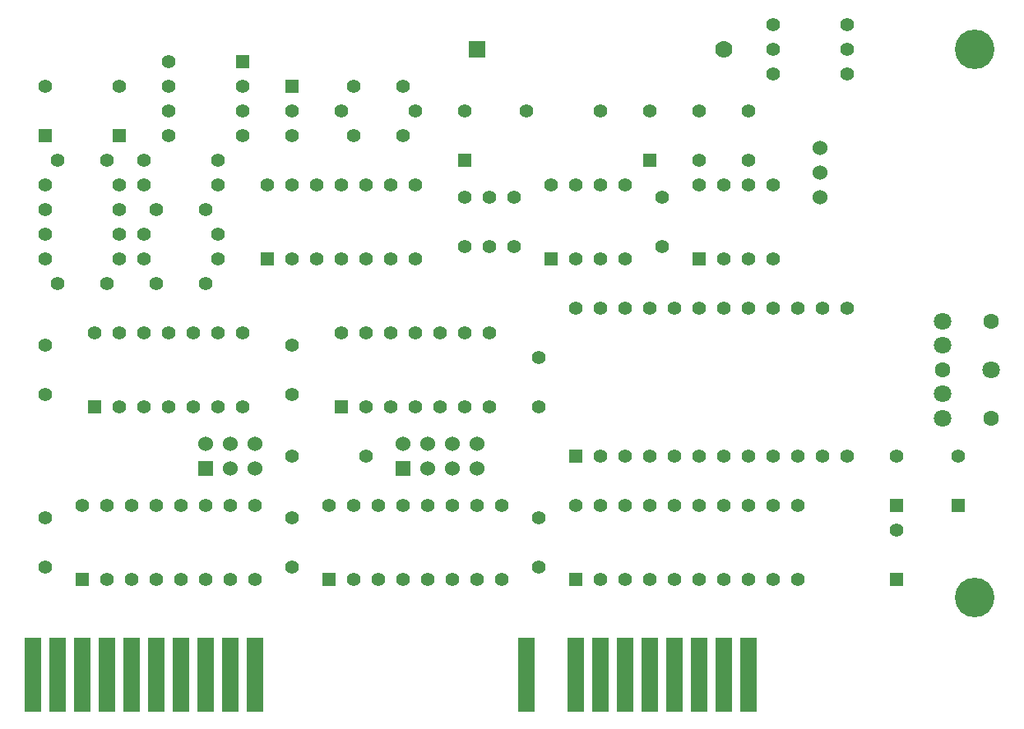
<source format=gts>
G04 #@! TF.GenerationSoftware,KiCad,Pcbnew,(5.1.8)-1*
G04 #@! TF.CreationDate,2021-01-14T09:05:43-08:00*
G04 #@! TF.ProjectId,isa_opl2,6973615f-6f70-46c3-922e-6b696361645f,rev?*
G04 #@! TF.SameCoordinates,Original*
G04 #@! TF.FileFunction,Soldermask,Top*
G04 #@! TF.FilePolarity,Negative*
%FSLAX46Y46*%
G04 Gerber Fmt 4.6, Leading zero omitted, Abs format (unit mm)*
G04 Created by KiCad (PCBNEW (5.1.8)-1) date 2021-01-14 09:05:43*
%MOMM*%
%LPD*%
G01*
G04 APERTURE LIST*
%ADD10R,1.778000X7.620000*%
%ADD11C,4.064000*%
%ADD12C,1.800860*%
%ADD13C,1.600200*%
%ADD14C,1.397000*%
%ADD15R,1.397000X1.397000*%
%ADD16C,1.778000*%
%ADD17R,1.778000X1.778000*%
%ADD18R,1.524000X1.524000*%
%ADD19C,1.524000*%
G04 APERTURE END LIST*
D10*
X177800000Y-120332500D03*
X175260000Y-120332500D03*
X172720000Y-120332500D03*
X170180000Y-120332500D03*
X167640000Y-120332500D03*
X165100000Y-120332500D03*
X162560000Y-120332500D03*
X160020000Y-120332500D03*
X154940000Y-120332500D03*
X127000000Y-120332500D03*
X124460000Y-120332500D03*
X121920000Y-120332500D03*
X119380000Y-120332500D03*
X116840000Y-120332500D03*
X114300000Y-120332500D03*
X111760000Y-120332500D03*
X109220000Y-120332500D03*
X106680000Y-120332500D03*
X104140000Y-120332500D03*
D11*
X201041000Y-55880000D03*
X201041000Y-112395000D03*
D12*
X202740260Y-88900000D03*
X197739000Y-83898740D03*
X197739000Y-86400640D03*
X197739000Y-91399360D03*
X197739000Y-93901260D03*
D13*
X197739000Y-88900000D03*
X202740260Y-83898740D03*
X202740260Y-93901260D03*
D14*
X156210000Y-104140000D03*
X156210000Y-109220000D03*
X105410000Y-104140000D03*
X105410000Y-109220000D03*
X105410000Y-86360000D03*
X105410000Y-91440000D03*
X130810000Y-86360000D03*
X130810000Y-91440000D03*
X156210000Y-87630000D03*
X156210000Y-92710000D03*
X153670000Y-76200000D03*
X153670000Y-71120000D03*
X151130000Y-71120000D03*
X151130000Y-76200000D03*
X177800000Y-67310000D03*
X172720000Y-67310000D03*
D15*
X148590000Y-67310000D03*
D14*
X148590000Y-62230000D03*
X177800000Y-62230000D03*
X172720000Y-62230000D03*
X116840000Y-72390000D03*
X121920000Y-72390000D03*
X142240000Y-64770000D03*
X137160000Y-64770000D03*
X142240000Y-59690000D03*
X137160000Y-59690000D03*
D15*
X109220000Y-110490000D03*
D14*
X111760000Y-110490000D03*
X114300000Y-110490000D03*
X116840000Y-110490000D03*
X119380000Y-110490000D03*
X121920000Y-110490000D03*
X124460000Y-110490000D03*
X127000000Y-110490000D03*
X127000000Y-102870000D03*
X124460000Y-102870000D03*
X121920000Y-102870000D03*
X119380000Y-102870000D03*
X116840000Y-102870000D03*
X114300000Y-102870000D03*
X111760000Y-102870000D03*
X109220000Y-102870000D03*
D15*
X134620000Y-110490000D03*
D14*
X137160000Y-110490000D03*
X139700000Y-110490000D03*
X142240000Y-110490000D03*
X144780000Y-110490000D03*
X147320000Y-110490000D03*
X149860000Y-110490000D03*
X152400000Y-110490000D03*
X152400000Y-102870000D03*
X149860000Y-102870000D03*
X147320000Y-102870000D03*
X144780000Y-102870000D03*
X142240000Y-102870000D03*
X139700000Y-102870000D03*
X137160000Y-102870000D03*
X134620000Y-102870000D03*
D15*
X135890000Y-92710000D03*
D14*
X138430000Y-92710000D03*
X140970000Y-92710000D03*
X143510000Y-92710000D03*
X146050000Y-92710000D03*
X148590000Y-92710000D03*
X151130000Y-92710000D03*
X151130000Y-85090000D03*
X148590000Y-85090000D03*
X146050000Y-85090000D03*
X143510000Y-85090000D03*
X140970000Y-85090000D03*
X138430000Y-85090000D03*
X135890000Y-85090000D03*
D15*
X160020000Y-97790000D03*
D14*
X162560000Y-97790000D03*
X165100000Y-97790000D03*
X167640000Y-97790000D03*
X170180000Y-97790000D03*
X172720000Y-97790000D03*
X175260000Y-97790000D03*
X177800000Y-97790000D03*
X180340000Y-97790000D03*
X182880000Y-97790000D03*
X185420000Y-97790000D03*
X187960000Y-97790000D03*
X187960000Y-82550000D03*
X185420000Y-82550000D03*
X182880000Y-82550000D03*
X180340000Y-82550000D03*
X177800000Y-82550000D03*
X175260000Y-82550000D03*
X172720000Y-82550000D03*
X170180000Y-82550000D03*
X167640000Y-82550000D03*
X165100000Y-82550000D03*
X162560000Y-82550000D03*
X160020000Y-82550000D03*
D15*
X157480000Y-77470000D03*
D14*
X160020000Y-77470000D03*
X162560000Y-77470000D03*
X165100000Y-77470000D03*
X165100000Y-69850000D03*
X162560000Y-69850000D03*
X160020000Y-69850000D03*
X157480000Y-69850000D03*
D15*
X128270000Y-77470000D03*
D14*
X130810000Y-77470000D03*
X133350000Y-77470000D03*
X135890000Y-77470000D03*
X138430000Y-77470000D03*
X140970000Y-77470000D03*
X143510000Y-77470000D03*
X143510000Y-69850000D03*
X140970000Y-69850000D03*
X138430000Y-69850000D03*
X135890000Y-69850000D03*
X133350000Y-69850000D03*
X130810000Y-69850000D03*
X128270000Y-69850000D03*
D15*
X172720000Y-77470000D03*
D14*
X175260000Y-77470000D03*
X177800000Y-77470000D03*
X180340000Y-77470000D03*
X180340000Y-69850000D03*
X177800000Y-69850000D03*
X175260000Y-69850000D03*
X172720000Y-69850000D03*
D16*
X175260000Y-55880000D03*
D17*
X149860000Y-55880000D03*
D14*
X118110000Y-57150000D03*
D15*
X125730000Y-57150000D03*
D14*
X115570000Y-77470000D03*
X123190000Y-77470000D03*
X115570000Y-74930000D03*
X123190000Y-74930000D03*
X115570000Y-67310000D03*
X123190000Y-67310000D03*
X118110000Y-62230000D03*
X125730000Y-62230000D03*
X180340000Y-58420000D03*
X187960000Y-58420000D03*
X143510000Y-62230000D03*
X135890000Y-62230000D03*
X130810000Y-97790000D03*
X138430000Y-97790000D03*
X105410000Y-74930000D03*
X113030000Y-74930000D03*
X113030000Y-77470000D03*
X105410000Y-77470000D03*
X105410000Y-72390000D03*
X113030000Y-72390000D03*
X113030000Y-69850000D03*
X105410000Y-69850000D03*
X125730000Y-59690000D03*
X118110000Y-59690000D03*
X125730000Y-64770000D03*
X118110000Y-64770000D03*
X162560000Y-62230000D03*
X154940000Y-62230000D03*
X187960000Y-55880000D03*
X180340000Y-55880000D03*
D18*
X142240000Y-99060000D03*
D19*
X142240000Y-96520000D03*
X144780000Y-99060000D03*
X144780000Y-96520000D03*
X147320000Y-99060000D03*
X147320000Y-96520000D03*
X149860000Y-99060000D03*
X149860000Y-96520000D03*
D18*
X121920000Y-99060000D03*
D19*
X121920000Y-96520000D03*
X124460000Y-99060000D03*
X124460000Y-96520000D03*
X127000000Y-99060000D03*
X127000000Y-96520000D03*
D15*
X130810000Y-59690000D03*
D14*
X130810000Y-62230000D03*
X130810000Y-64770000D03*
X187960000Y-53340000D03*
X180340000Y-53340000D03*
D19*
X185166000Y-71120000D03*
X185166000Y-68580000D03*
X185166000Y-66040000D03*
D14*
X115570000Y-69850000D03*
X123190000Y-69850000D03*
D15*
X160020000Y-110490000D03*
D14*
X162560000Y-110490000D03*
X165100000Y-110490000D03*
X167640000Y-110490000D03*
X170180000Y-110490000D03*
X172720000Y-110490000D03*
X175260000Y-110490000D03*
X177800000Y-110490000D03*
X180340000Y-110490000D03*
X182880000Y-110490000D03*
X182880000Y-102870000D03*
X180340000Y-102870000D03*
X177800000Y-102870000D03*
X175260000Y-102870000D03*
X172720000Y-102870000D03*
X170180000Y-102870000D03*
X167640000Y-102870000D03*
X165100000Y-102870000D03*
X162560000Y-102870000D03*
X160020000Y-102870000D03*
D15*
X110490000Y-92710000D03*
D14*
X113030000Y-92710000D03*
X115570000Y-92710000D03*
X118110000Y-92710000D03*
X120650000Y-92710000D03*
X123190000Y-92710000D03*
X125730000Y-92710000D03*
X125730000Y-85090000D03*
X123190000Y-85090000D03*
X120650000Y-85090000D03*
X118110000Y-85090000D03*
X115570000Y-85090000D03*
X113030000Y-85090000D03*
X110490000Y-85090000D03*
X130810000Y-104140000D03*
X130810000Y-109220000D03*
X148590000Y-71120000D03*
X148590000Y-76200000D03*
X168910000Y-76200000D03*
X168910000Y-71120000D03*
D15*
X193040000Y-110490000D03*
D14*
X193040000Y-105410000D03*
D15*
X193040000Y-102870000D03*
D14*
X193040000Y-97790000D03*
D15*
X199390000Y-102870000D03*
D14*
X199390000Y-97790000D03*
D15*
X105410000Y-64770000D03*
D14*
X105410000Y-59690000D03*
D15*
X167640000Y-67310000D03*
D14*
X167640000Y-62230000D03*
D15*
X113030000Y-64770000D03*
D14*
X113030000Y-59690000D03*
X106680000Y-80010000D03*
X111760000Y-80010000D03*
X116840000Y-80010000D03*
X121920000Y-80010000D03*
X106680000Y-67310000D03*
X111760000Y-67310000D03*
M02*

</source>
